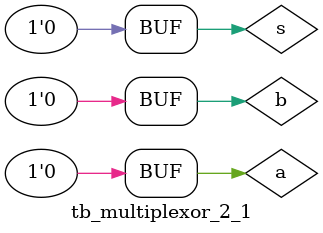
<source format=v>
module multiplexor_2_1(a,b,s,c);
    output c;
    input a,b,s;
    wire p1,p2;
    not n1(s1,s);
    and a1(p2,a,s1);
    and a2(p1,b,s);
    or or1(c,p1,p2);
 endmodule
 
 module tb_multiplexor_2_1();
 reg a,b,s;
 wire c;
 multiplexor_2_1 mux(a,b,s,c);

 initial 
 begin
       #10 a=1'b0;b=1'b0;s=1'b0;
       #10 a=1'b0;b=1'b0;s=1'b1;
       #10 a=1'b0;b=1'b1;s=1'b0;
       #10 a=1'b0;b=1'b1;s=1'b1;
       #10 a=1'b1;b=1'b0;s=1'b0;
       #10 a=1'b1;b=1'b0;s=1'b1;
       #10 a=1'b1;b=1'b1;s=1'b0;
       #10 a=1'b1;b=1'b1;s=1'b1;
       #10 a=1'b0;b=1'b0;s=1'b0;
       $monitor("a %b,b %b,s %b,c %b",s,c,a,b);
  end
  endmodule 
</source>
